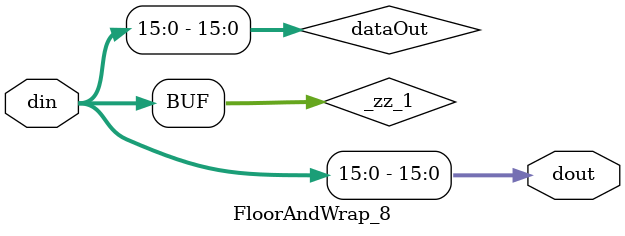
<source format=v>


module FloorAndWrap_8 (
  input      [16:0]   din,
  output     [15:0]   dout
);
  wire       [16:0]   _zz_1;
  wire       [15:0]   dataOut;

  assign _zz_1 = din;
  assign dataOut = _zz_1[15 : 0];
  assign dout = dataOut;

endmodule

</source>
